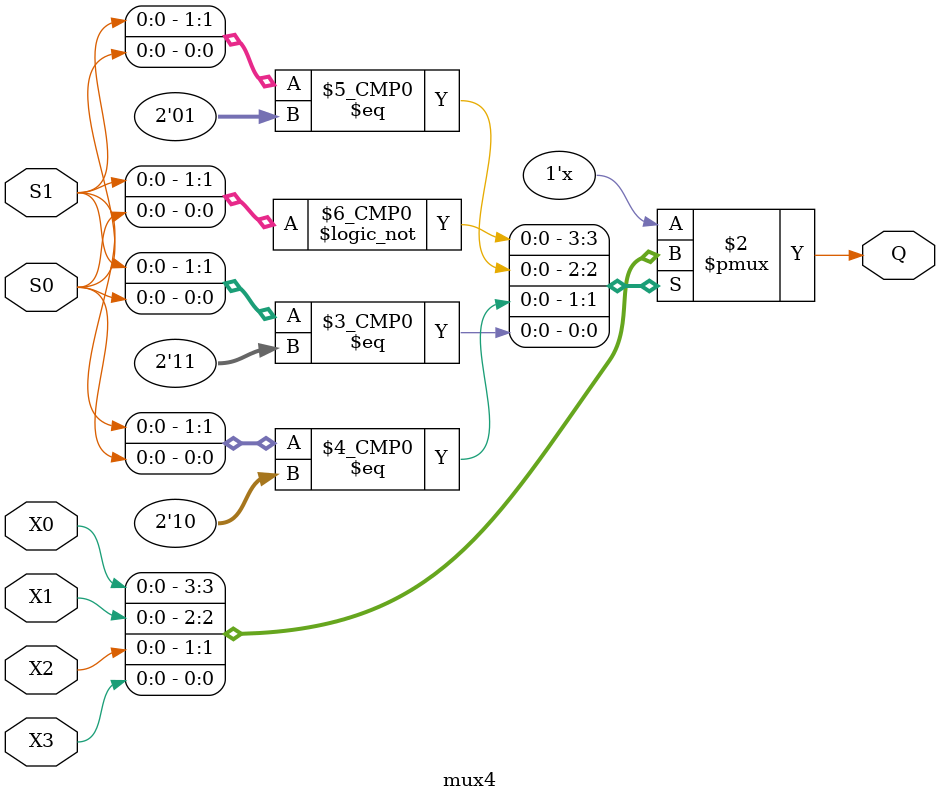
<source format=sv>
module mux4(
  input  logic S1, S0,
  input  logic X0, X1, X2, X3,
  output logic Q
);
  always_comb begin
    case ({S1, S0})      
      2'b00: Q = X0;
      2'b01: Q = X1;
      2'b10: Q = X2;
      2'b11: Q = X3;
    endcase
  end
endmodule

</source>
